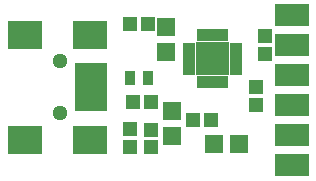
<source format=gts>
G04 #@! TF.FileFunction,Soldermask,Top*
%FSLAX46Y46*%
G04 Gerber Fmt 4.6, Leading zero omitted, Abs format (unit mm)*
G04 Created by KiCad (PCBNEW 4.0.0-rc1-stable) date 12/2/2015 8:57:58 PM*
%MOMM*%
G01*
G04 APERTURE LIST*
%ADD10C,0.100000*%
%ADD11R,1.200000X1.150000*%
%ADD12R,1.150000X1.200000*%
%ADD13R,1.598880X1.598880*%
%ADD14R,0.900000X1.300000*%
%ADD15R,2.701240X0.900380*%
%ADD16R,2.899360X2.398980*%
%ADD17C,1.299160*%
%ADD18R,0.700000X1.130000*%
%ADD19R,1.130000X0.700000*%
%ADD20R,1.650000X1.650000*%
%ADD21R,2.940000X1.924000*%
G04 APERTURE END LIST*
D10*
D11*
X137946000Y-108458000D03*
X139446000Y-108458000D03*
D12*
X139700000Y-117372000D03*
X139700000Y-118872000D03*
X137922000Y-118860000D03*
X137922000Y-117360000D03*
D11*
X143256000Y-116586000D03*
X144756000Y-116586000D03*
X138188000Y-115062000D03*
X139688000Y-115062000D03*
D12*
X149352000Y-110986000D03*
X149352000Y-109486000D03*
X148590000Y-113804000D03*
X148590000Y-115304000D03*
D13*
X141478000Y-117889020D03*
X141478000Y-115790980D03*
X147132040Y-118618000D03*
X145034000Y-118618000D03*
X140970000Y-108712000D03*
X140970000Y-110810040D03*
D14*
X139434000Y-113030000D03*
X137934000Y-113030000D03*
D15*
X134620000Y-112191800D03*
X134620000Y-112991900D03*
X134620000Y-113792000D03*
X134620000Y-114592100D03*
X134620000Y-115392200D03*
D16*
X134520940Y-109341920D03*
X129021840Y-109341920D03*
X134520940Y-118242080D03*
X129021840Y-118242080D03*
D17*
X132021580Y-111592360D03*
X132021580Y-115991640D03*
D18*
X145917000Y-109404000D03*
X145417000Y-109404000D03*
X144917000Y-109404000D03*
X144417000Y-109404000D03*
X143917000Y-109404000D03*
D19*
X142952000Y-110369000D03*
X142952000Y-110869000D03*
X142952000Y-111369000D03*
X142952000Y-111869000D03*
X142952000Y-112369000D03*
D18*
X143917000Y-113334000D03*
X144417000Y-113334000D03*
X144917000Y-113334000D03*
X145417000Y-113334000D03*
X145917000Y-113334000D03*
D19*
X146882000Y-112369000D03*
X146882000Y-111869000D03*
X146882000Y-111369000D03*
X146882000Y-110869000D03*
X146882000Y-110369000D03*
D20*
X144292000Y-111994000D03*
X145542000Y-111994000D03*
X144292000Y-110744000D03*
X145542000Y-110744000D03*
D21*
X151638000Y-107696000D03*
X151638000Y-110236000D03*
X151638000Y-112776000D03*
X151638000Y-115316000D03*
X151638000Y-117856000D03*
X151638000Y-120396000D03*
M02*

</source>
